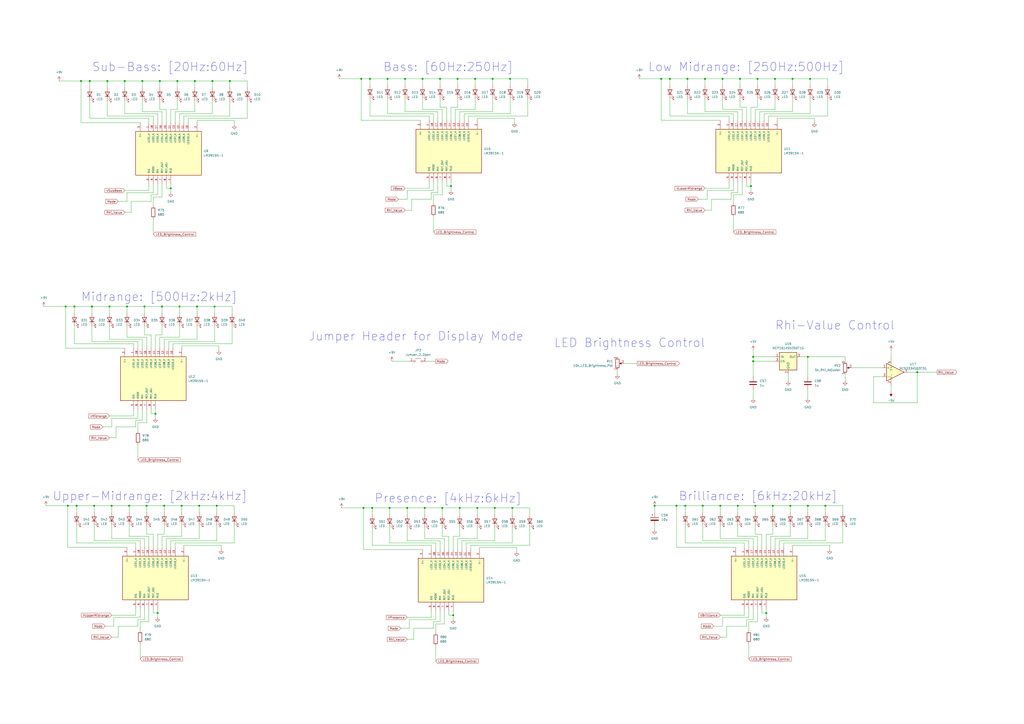
<source format=kicad_sch>
(kicad_sch (version 20211123) (generator eeschema)
  (paper "A2")
  (junction (at 124.46 177.8))
  (junction (at 407.67 293.37))
  (junction (at 469.9 45.72))
  (junction (at 245.11 45.72))
  (junction (at 459.74 45.72))
  (junction (at 419.1 45.72))
  (junction (at 64.77 293.37))
  (junction (at 436.88 209.55))
  (junction (at 448.31 293.37))
  (junction (at 72.39 46.99))
  (junction (at 95.25 293.37))
  (junction (at 295.91 45.72))
  (junction (at 436.88 207.01))
  (junction (at 74.93 293.37))
  (junction (at 297.18 294.64))
  (junction (at 444.5 355.6))
  (junction (at 52.07 46.99))
  (junction (at 215.9 294.64))
  (junction (at 46.99 46.99))
  (junction (at 427.99 293.37))
  (junction (at 234.95 45.72))
  (junction (at 265.43 45.72))
  (junction (at 398.78 45.72))
  (junction (at 438.15 293.37))
  (junction (at 468.63 293.37))
  (junction (at 226.06 294.64))
  (junction (at 209.55 45.72))
  (junction (at 439.42 45.72))
  (junction (at 85.09 293.37))
  (junction (at 388.62 45.72))
  (junction (at 276.86 294.64))
  (junction (at 417.83 293.37))
  (junction (at 83.82 177.8))
  (junction (at 449.58 45.72))
  (junction (at 246.38 294.64))
  (junction (at 43.18 177.8))
  (junction (at 383.54 45.72))
  (junction (at 44.45 293.37))
  (junction (at 379.73 293.37))
  (junction (at 73.66 177.8))
  (junction (at 255.27 45.72))
  (junction (at 92.71 46.99))
  (junction (at 224.79 45.72))
  (junction (at 53.34 177.8))
  (junction (at 63.5 177.8))
  (junction (at 275.59 45.72))
  (junction (at 91.44 355.6))
  (junction (at 266.7 294.64))
  (junction (at 133.35 46.99))
  (junction (at 82.55 46.99))
  (junction (at 408.94 45.72))
  (junction (at 54.61 293.37))
  (junction (at 392.43 293.37))
  (junction (at 210.82 294.64))
  (junction (at 102.87 46.99))
  (junction (at 113.03 46.99))
  (junction (at 458.47 293.37))
  (junction (at 114.3 177.8))
  (junction (at 104.14 177.8))
  (junction (at 285.75 45.72))
  (junction (at 125.73 293.37))
  (junction (at 115.57 293.37))
  (junction (at 287.02 294.64))
  (junction (at 468.63 207.01))
  (junction (at 261.62 107.95))
  (junction (at 90.17 240.03))
  (junction (at 429.26 45.72))
  (junction (at 435.61 107.95))
  (junction (at 478.79 293.37))
  (junction (at 262.89 356.87))
  (junction (at 105.41 293.37))
  (junction (at 532.13 215.9))
  (junction (at 256.54 294.64))
  (junction (at 397.51 293.37))
  (junction (at 62.23 46.99))
  (junction (at 93.98 177.8))
  (junction (at 123.19 46.99))
  (junction (at 214.63 45.72))
  (junction (at 236.22 294.64))
  (junction (at 99.06 109.22))
  (junction (at 38.1 177.8))
  (junction (at 39.37 293.37))
  (wire (pts (xy 468.63 293.37) (xy 468.63 297.18)))
  (wire (pts (xy 248.92 105.41) (xy 248.92 109.22)))
  (wire (pts (xy 408.94 64.77) (xy 427.99 64.77)))
  (wire (pts (xy 256.54 311.15) (xy 260.35 311.15)))
  (wire (pts (xy 215.9 316.23) (xy 250.19 316.23)))
  (wire (pts (xy 99.06 313.69) (xy 99.06 317.5)))
  (wire (pts (xy 438.15 309.88) (xy 441.96 309.88)))
  (wire (pts (xy 285.75 45.72) (xy 285.75 49.53)))
  (wire (pts (xy 276.86 312.42) (xy 265.43 312.42)))
  (wire (pts (xy 254 105.41) (xy 254 111.76)))
  (wire (pts (xy 285.75 64.77) (xy 266.7 64.77)))
  (wire (pts (xy 265.43 62.23) (xy 261.62 62.23)))
  (wire (pts (xy 135.89 304.8) (xy 135.89 314.96)))
  (wire (pts (xy 449.58 57.15) (xy 449.58 63.5)))
  (wire (pts (xy 417.83 69.85) (xy 383.54 69.85)))
  (wire (pts (xy 72.39 66.04) (xy 91.44 66.04)))
  (wire (pts (xy 80.01 363.22) (xy 68.58 363.22)))
  (wire (pts (xy 74.93 293.37) (xy 85.09 293.37)))
  (wire (pts (xy 243.84 69.85) (xy 209.55 69.85)))
  (wire (pts (xy 104.14 195.58) (xy 92.71 195.58)))
  (wire (pts (xy 63.5 189.23) (xy 63.5 196.85)))
  (wire (pts (xy 444.5 355.6) (xy 444.5 358.14)))
  (wire (pts (xy 383.54 45.72) (xy 388.62 45.72)))
  (wire (pts (xy 43.18 177.8) (xy 53.34 177.8)))
  (wire (pts (xy 257.81 354.33) (xy 257.81 361.95)))
  (wire (pts (xy 506.73 233.68) (xy 506.73 218.44)))
  (wire (pts (xy 78.74 247.65) (xy 78.74 243.84)))
  (wire (pts (xy 516.89 223.52) (xy 516.89 227.33)))
  (wire (pts (xy 81.28 313.69) (xy 81.28 317.5)))
  (wire (pts (xy 276.86 68.58) (xy 298.45 68.58)))
  (wire (pts (xy 450.85 69.85) (xy 450.85 68.58)))
  (wire (pts (xy 105.41 304.8) (xy 105.41 311.15)))
  (wire (pts (xy 255.27 313.69) (xy 255.27 318.77)))
  (wire (pts (xy 388.62 57.15) (xy 388.62 67.31)))
  (wire (pts (xy 262.89 311.15) (xy 262.89 318.77)))
  (wire (pts (xy 80.01 359.41) (xy 83.82 359.41)))
  (wire (pts (xy 441.96 355.6) (xy 444.5 355.6)))
  (wire (pts (xy 488.95 314.96) (xy 454.66 314.96)))
  (wire (pts (xy 478.79 304.8) (xy 478.79 313.69)))
  (wire (pts (xy 439.42 57.15) (xy 439.42 62.23)))
  (wire (pts (xy 252.73 361.95) (xy 252.73 367.03)))
  (wire (pts (xy 468.63 304.8) (xy 468.63 312.42)))
  (wire (pts (xy 448.31 293.37) (xy 458.47 293.37)))
  (wire (pts (xy 90.17 194.31) (xy 90.17 201.93)))
  (wire (pts (xy 452.12 313.69) (xy 452.12 317.5)))
  (wire (pts (xy 275.59 45.72) (xy 285.75 45.72)))
  (wire (pts (xy 104.14 189.23) (xy 104.14 195.58)))
  (wire (pts (xy 449.58 207.01) (xy 436.88 207.01)))
  (wire (pts (xy 434.34 353.06) (xy 434.34 358.14)))
  (wire (pts (xy 64.77 304.8) (xy 64.77 312.42)))
  (wire (pts (xy 434.34 360.68) (xy 434.34 365.76)))
  (wire (pts (xy 275.59 57.15) (xy 275.59 63.5)))
  (wire (pts (xy 532.13 215.9) (xy 543.56 215.9)))
  (wire (pts (xy 287.02 294.64) (xy 297.18 294.64)))
  (wire (pts (xy 458.47 311.15) (xy 447.04 311.15)))
  (wire (pts (xy 436.88 353.06) (xy 436.88 359.41)))
  (wire (pts (xy 425.45 125.73) (xy 425.45 134.62)))
  (wire (pts (xy 299.72 317.5) (xy 299.72 320.04)))
  (wire (pts (xy 488.95 293.37) (xy 488.95 297.18)))
  (wire (pts (xy 91.44 106.68) (xy 91.44 113.03)))
  (wire (pts (xy 240.03 364.49) (xy 240.03 370.84)))
  (wire (pts (xy 53.34 198.12) (xy 80.01 198.12)))
  (wire (pts (xy 62.23 46.99) (xy 62.23 50.8)))
  (wire (pts (xy 128.27 316.23) (xy 128.27 318.77)))
  (wire (pts (xy 115.57 304.8) (xy 115.57 312.42)))
  (wire (pts (xy 532.13 215.9) (xy 532.13 233.68)))
  (wire (pts (xy 424.18 111.76) (xy 427.99 111.76)))
  (wire (pts (xy 86.36 311.15) (xy 86.36 317.5)))
  (wire (pts (xy 81.28 353.06) (xy 81.28 358.14)))
  (wire (pts (xy 469.9 45.72) (xy 469.9 49.53)))
  (wire (pts (xy 407.67 313.69) (xy 434.34 313.69)))
  (wire (pts (xy 276.86 294.64) (xy 276.86 298.45)))
  (wire (pts (xy 77.47 237.49) (xy 77.47 241.3)))
  (wire (pts (xy 214.63 57.15) (xy 214.63 67.31)))
  (wire (pts (xy 478.79 293.37) (xy 488.95 293.37)))
  (wire (pts (xy 435.61 62.23) (xy 435.61 69.85)))
  (wire (pts (xy 123.19 46.99) (xy 133.35 46.99)))
  (wire (pts (xy 123.19 46.99) (xy 123.19 50.8)))
  (wire (pts (xy 295.91 45.72) (xy 295.91 49.53)))
  (wire (pts (xy 78.74 353.06) (xy 78.74 356.87)))
  (wire (pts (xy 419.1 63.5) (xy 430.53 63.5)))
  (wire (pts (xy 95.25 293.37) (xy 95.25 297.18)))
  (wire (pts (xy 102.87 63.5) (xy 99.06 63.5)))
  (wire (pts (xy 82.55 64.77) (xy 93.98 64.77)))
  (wire (pts (xy 434.34 313.69) (xy 434.34 317.5)))
  (wire (pts (xy 82.55 237.49) (xy 82.55 243.84)))
  (wire (pts (xy 419.1 45.72) (xy 419.1 49.53)))
  (wire (pts (xy 434.34 373.38) (xy 434.34 382.27)))
  (wire (pts (xy 66.04 358.14) (xy 81.28 358.14)))
  (wire (pts (xy 93.98 64.77) (xy 93.98 71.12)))
  (wire (pts (xy 457.2 217.17) (xy 457.2 220.98)))
  (wire (pts (xy 73.66 116.84) (xy 73.66 111.76)))
  (wire (pts (xy 214.63 45.72) (xy 224.79 45.72)))
  (wire (pts (xy 114.3 177.8) (xy 114.3 181.61)))
  (wire (pts (xy 408.94 45.72) (xy 419.1 45.72)))
  (wire (pts (xy 297.18 306.07) (xy 297.18 314.96)))
  (wire (pts (xy 124.46 177.8) (xy 134.62 177.8)))
  (wire (pts (xy 44.45 293.37) (xy 54.61 293.37)))
  (wire (pts (xy 275.59 63.5) (xy 264.16 63.5)))
  (wire (pts (xy 379.73 293.37) (xy 379.73 297.18)))
  (wire (pts (xy 449.58 45.72) (xy 459.74 45.72)))
  (wire (pts (xy 62.23 58.42) (xy 62.23 67.31)))
  (wire (pts (xy 226.06 314.96) (xy 252.73 314.96)))
  (wire (pts (xy 73.66 177.8) (xy 83.82 177.8)))
  (wire (pts (xy 433.07 62.23) (xy 433.07 69.85)))
  (wire (pts (xy 52.07 46.99) (xy 52.07 50.8)))
  (wire (pts (xy 261.62 105.41) (xy 261.62 107.95)))
  (wire (pts (xy 102.87 46.99) (xy 102.87 50.8)))
  (wire (pts (xy 236.22 294.64) (xy 246.38 294.64)))
  (wire (pts (xy 285.75 45.72) (xy 295.91 45.72)))
  (wire (pts (xy 83.82 177.8) (xy 93.98 177.8)))
  (wire (pts (xy 105.41 293.37) (xy 105.41 297.18)))
  (wire (pts (xy 454.66 314.96) (xy 454.66 317.5)))
  (wire (pts (xy 226.06 294.64) (xy 226.06 298.45)))
  (wire (pts (xy 424.18 115.57) (xy 424.18 111.76)))
  (wire (pts (xy 255.27 62.23) (xy 259.08 62.23)))
  (wire (pts (xy 73.66 317.5) (xy 39.37 317.5)))
  (wire (pts (xy 90.17 240.03) (xy 90.17 242.57)))
  (wire (pts (xy 251.46 364.49) (xy 251.46 360.68)))
  (wire (pts (xy 250.19 115.57) (xy 238.76 115.57)))
  (wire (pts (xy 425.45 66.04) (xy 425.45 69.85)))
  (wire (pts (xy 419.1 45.72) (xy 429.26 45.72)))
  (wire (pts (xy 431.8 353.06) (xy 431.8 356.87)))
  (wire (pts (xy 91.44 66.04) (xy 91.44 71.12)))
  (wire (pts (xy 97.79 198.12) (xy 97.79 201.93)))
  (wire (pts (xy 248.92 67.31) (xy 248.92 69.85)))
  (wire (pts (xy 252.73 314.96) (xy 252.73 318.77)))
  (wire (pts (xy 88.9 106.68) (xy 88.9 111.76)))
  (wire (pts (xy 124.46 177.8) (xy 124.46 181.61)))
  (wire (pts (xy 251.46 360.68) (xy 255.27 360.68)))
  (wire (pts (xy 433.07 105.41) (xy 433.07 107.95)))
  (wire (pts (xy 445.77 67.31) (xy 445.77 69.85)))
  (wire (pts (xy 430.53 105.41) (xy 430.53 113.03)))
  (wire (pts (xy 86.36 360.68) (xy 81.28 360.68)))
  (wire (pts (xy 236.22 115.57) (xy 236.22 110.49)))
  (wire (pts (xy 43.18 177.8) (xy 43.18 181.61)))
  (wire (pts (xy 427.99 293.37) (xy 438.15 293.37)))
  (wire (pts (xy 269.24 66.04) (xy 269.24 69.85)))
  (wire (pts (xy 441.96 309.88) (xy 441.96 317.5)))
  (wire (pts (xy 25.4 177.8) (xy 38.1 177.8)))
  (wire (pts (xy 458.47 293.37) (xy 468.63 293.37)))
  (wire (pts (xy 256.54 306.07) (xy 256.54 311.15)))
  (wire (pts (xy 254 64.77) (xy 254 69.85)))
  (wire (pts (xy 134.62 189.23) (xy 134.62 199.39)))
  (wire (pts (xy 67.31 247.65) (xy 67.31 254)))
  (wire (pts (xy 52.07 58.42) (xy 52.07 68.58)))
  (wire (pts (xy 256.54 63.5) (xy 256.54 69.85)))
  (wire (pts (xy 306.07 45.72) (xy 306.07 49.53)))
  (wire (pts (xy 114.3 71.12) (xy 114.3 69.85)))
  (wire (pts (xy 444.5 353.06) (xy 444.5 355.6)))
  (wire (pts (xy 104.14 177.8) (xy 114.3 177.8)))
  (wire (pts (xy 133.35 67.31) (xy 106.68 67.31)))
  (wire (pts (xy 81.28 71.12) (xy 46.99 71.12)))
  (wire (pts (xy 95.25 304.8) (xy 95.25 309.88)))
  (wire (pts (xy 245.11 45.72) (xy 255.27 45.72)))
  (wire (pts (xy 78.74 314.96) (xy 78.74 317.5)))
  (wire (pts (xy 73.66 189.23) (xy 73.66 195.58)))
  (wire (pts (xy 231.14 115.57) (xy 236.22 115.57)))
  (wire (pts (xy 433.07 363.22) (xy 421.64 363.22)))
  (wire (pts (xy 234.95 121.92) (xy 238.76 121.92)))
  (wire (pts (xy 99.06 106.68) (xy 99.06 109.22)))
  (wire (pts (xy 408.94 57.15) (xy 408.94 64.77)))
  (wire (pts (xy 85.09 309.88) (xy 88.9 309.88)))
  (wire (pts (xy 480.06 57.15) (xy 480.06 67.31)))
  (wire (pts (xy 86.36 68.58) (xy 86.36 71.12)))
  (wire (pts (xy 410.21 115.57) (xy 410.21 110.49)))
  (wire (pts (xy 214.63 67.31) (xy 248.92 67.31)))
  (wire (pts (xy 260.35 354.33) (xy 260.35 356.87)))
  (wire (pts (xy 447.04 311.15) (xy 447.04 317.5)))
  (wire (pts (xy 115.57 312.42) (xy 96.52 312.42)))
  (wire (pts (xy 250.19 316.23) (xy 250.19 318.77)))
  (wire (pts (xy 92.71 195.58) (xy 92.71 201.93)))
  (wire (pts (xy 39.37 293.37) (xy 44.45 293.37)))
  (wire (pts (xy 80.01 257.81) (xy 80.01 266.7)))
  (wire (pts (xy 127 200.66) (xy 127 203.2)))
  (wire (pts (xy 91.44 309.88) (xy 91.44 317.5)))
  (wire (pts (xy 72.39 46.99) (xy 72.39 50.8)))
  (wire (pts (xy 276.86 69.85) (xy 276.86 68.58)))
  (wire (pts (xy 72.39 201.93) (xy 38.1 201.93)))
  (wire (pts (xy 236.22 110.49) (xy 251.46 110.49)))
  (wire (pts (xy 72.39 110.49) (xy 86.36 110.49)))
  (wire (pts (xy 287.02 313.69) (xy 267.97 313.69)))
  (wire (pts (xy 370.84 45.72) (xy 383.54 45.72)))
  (wire (pts (xy 266.7 311.15) (xy 262.89 311.15)))
  (wire (pts (xy 80.01 363.22) (xy 80.01 359.41)))
  (wire (pts (xy 439.42 311.15) (xy 439.42 317.5)))
  (wire (pts (xy 256.54 105.41) (xy 256.54 113.03)))
  (wire (pts (xy 87.63 237.49) (xy 87.63 240.03)))
  (wire (pts (xy 88.9 309.88) (xy 88.9 317.5)))
  (wire (pts (xy 448.31 304.8) (xy 448.31 309.88)))
  (wire (pts (xy 81.28 373.38) (xy 81.28 382.27)))
  (wire (pts (xy 210.82 294.64) (xy 210.82 318.77)))
  (wire (pts (xy 265.43 312.42) (xy 265.43 318.77)))
  (wire (pts (xy 490.22 207.01) (xy 490.22 209.55)))
  (wire (pts (xy 262.89 356.87) (xy 262.89 359.41)))
  (wire (pts (xy 449.58 209.55) (xy 436.88 209.55)))
  (wire (pts (xy 388.62 67.31) (xy 422.91 67.31)))
  (wire (pts (xy 46.99 46.99) (xy 46.99 71.12)))
  (wire (pts (xy 80.01 237.49) (xy 80.01 242.57)))
  (wire (pts (xy 93.98 177.8) (xy 93.98 181.61)))
  (wire (pts (xy 105.41 201.93) (xy 105.41 200.66)))
  (wire (pts (xy 459.74 45.72) (xy 469.9 45.72)))
  (wire (pts (xy 73.66 195.58) (xy 85.09 195.58)))
  (wire (pts (xy 532.13 233.68) (xy 506.73 233.68)))
  (wire (pts (xy 54.61 304.8) (xy 54.61 313.69)))
  (wire (pts (xy 480.06 67.31) (xy 445.77 67.31)))
  (wire (pts (xy 436.88 209.55) (xy 436.88 207.01)))
  (wire (pts (xy 96.52 312.42) (xy 96.52 317.5)))
  (wire (pts (xy 113.03 58.42) (xy 113.03 64.77)))
  (wire (pts (xy 88.9 67.31) (xy 88.9 71.12)))
  (wire (pts (xy 273.05 316.23) (xy 273.05 318.77)))
  (wire (pts (xy 196.85 45.72) (xy 209.55 45.72)))
  (wire (pts (xy 448.31 293.37) (xy 448.31 297.18)))
  (wire (pts (xy 77.47 199.39) (xy 77.47 201.93)))
  (wire (pts (xy 82.55 58.42) (xy 82.55 64.77)))
  (wire (pts (xy 472.44 68.58) (xy 472.44 71.12)))
  (wire (pts (xy 86.36 353.06) (xy 86.36 360.68)))
  (wire (pts (xy 86.36 106.68) (xy 86.36 110.49)))
  (wire (pts (xy 135.89 293.37) (xy 135.89 297.18)))
  (wire (pts (xy 260.35 356.87) (xy 262.89 356.87)))
  (wire (pts (xy 407.67 304.8) (xy 407.67 313.69)))
  (wire (pts (xy 435.61 105.41) (xy 435.61 107.95)))
  (wire (pts (xy 74.93 304.8) (xy 74.93 311.15)))
  (wire (pts (xy 247.65 209.55) (xy 252.73 209.55)))
  (wire (pts (xy 468.63 293.37) (xy 478.79 293.37)))
  (wire (pts (xy 265.43 57.15) (xy 265.43 62.23)))
  (wire (pts (xy 429.26 45.72) (xy 439.42 45.72)))
  (wire (pts (xy 85.09 304.8) (xy 85.09 309.88)))
  (wire (pts (xy 96.52 109.22) (xy 99.06 109.22)))
  (wire (pts (xy 426.72 317.5) (xy 392.43 317.5)))
  (wire (pts (xy 408.94 45.72) (xy 408.94 49.53)))
  (wire (pts (xy 436.88 226.06) (xy 436.88 231.14)))
  (wire (pts (xy 209.55 45.72) (xy 214.63 45.72)))
  (wire (pts (xy 53.34 177.8) (xy 63.5 177.8)))
  (wire (pts (xy 458.47 304.8) (xy 458.47 311.15)))
  (wire (pts (xy 251.46 125.73) (xy 251.46 134.62)))
  (wire (pts (xy 427.99 311.15) (xy 439.42 311.15)))
  (wire (pts (xy 78.74 247.65) (xy 67.31 247.65)))
  (wire (pts (xy 417.83 293.37) (xy 427.99 293.37)))
  (wire (pts (xy 468.63 207.01) (xy 490.22 207.01)))
  (wire (pts (xy 62.23 67.31) (xy 88.9 67.31)))
  (wire (pts (xy 245.11 57.15) (xy 245.11 63.5)))
  (wire (pts (xy 237.49 364.49) (xy 237.49 359.41)))
  (wire (pts (xy 83.82 312.42) (xy 83.82 317.5)))
  (wire (pts (xy 287.02 306.07) (xy 287.02 313.69)))
  (wire (pts (xy 105.41 311.15) (xy 93.98 311.15)))
  (wire (pts (xy 238.76 115.57) (xy 238.76 121.92)))
  (wire (pts (xy 251.46 105.41) (xy 251.46 110.49)))
  (wire (pts (xy 54.61 293.37) (xy 64.77 293.37)))
  (wire (pts (xy 440.69 64.77) (xy 440.69 69.85)))
  (wire (pts (xy 125.73 293.37) (xy 135.89 293.37)))
  (wire (pts (xy 106.68 317.5) (xy 106.68 316.23)))
  (wire (pts (xy 54.61 293.37) (xy 54.61 297.18)))
  (wire (pts (xy 438.15 304.8) (xy 438.15 309.88)))
  (wire (pts (xy 92.71 63.5) (xy 96.52 63.5)))
  (wire (pts (xy 53.34 189.23) (xy 53.34 198.12)))
  (wire (pts (xy 265.43 45.72) (xy 265.43 49.53)))
  (wire (pts (xy 270.51 314.96) (xy 270.51 318.77)))
  (wire (pts (xy 114.3 196.85) (xy 95.25 196.85)))
  (wire (pts (xy 379.73 293.37) (xy 392.43 293.37)))
  (wire (pts (xy 234.95 109.22) (xy 248.92 109.22)))
  (wire (pts (xy 88.9 355.6) (xy 91.44 355.6)))
  (wire (pts (xy 469.9 45.72) (xy 480.06 45.72)))
  (wire (pts (xy 63.5 241.3) (xy 77.47 241.3)))
  (wire (pts (xy 113.03 46.99) (xy 113.03 50.8)))
  (wire (pts (xy 444.5 309.88) (xy 444.5 317.5)))
  (wire (pts (xy 215.9 294.64) (xy 215.9 298.45)))
  (wire (pts (xy 443.23 66.04) (xy 443.23 69.85)))
  (wire (pts (xy 93.98 194.31) (xy 90.17 194.31)))
  (wire (pts (xy 237.49 359.41) (xy 252.73 359.41)))
  (wire (pts (xy 295.91 57.15) (xy 295.91 66.04)))
  (wire (pts (xy 267.97 313.69) (xy 267.97 318.77)))
  (wire (pts (xy 427.99 304.8) (xy 427.99 311.15)))
  (wire (pts (xy 250.19 115.57) (xy 250.19 111.76)))
  (wire (pts (xy 78.74 243.84) (xy 82.55 243.84)))
  (wire (pts (xy 234.95 64.77) (xy 254 64.77)))
  (wire (pts (xy 227.33 209.55) (xy 237.49 209.55)))
  (wire (pts (xy 419.1 358.14) (xy 434.34 358.14)))
  (wire (pts (xy 439.42 360.68) (xy 434.34 360.68)))
  (wire (pts (xy 306.07 67.31) (xy 271.78 67.31)))
  (wire (pts (xy 255.27 45.72) (xy 265.43 45.72)))
  (wire (pts (xy 236.22 370.84) (xy 240.03 370.84)))
  (wire (pts (xy 114.3 189.23) (xy 114.3 196.85)))
  (wire (pts (xy 439.42 353.06) (xy 439.42 360.68)))
  (wire (pts (xy 379.73 304.8) (xy 379.73 307.34)))
  (wire (pts (xy 441.96 353.06) (xy 441.96 355.6)))
  (wire (pts (xy 266.7 294.64) (xy 266.7 298.45)))
  (wire (pts (xy 95.25 293.37) (xy 105.41 293.37)))
  (wire (pts (xy 99.06 63.5) (xy 99.06 71.12)))
  (wire (pts (xy 295.91 66.04) (xy 269.24 66.04)))
  (wire (pts (xy 125.73 293.37) (xy 125.73 297.18)))
  (wire (pts (xy 85.09 293.37) (xy 85.09 297.18)))
  (wire (pts (xy 91.44 353.06) (xy 91.44 355.6)))
  (wire (pts (xy 44.45 293.37) (xy 44.45 297.18)))
  (wire (pts (xy 397.51 293.37) (xy 397.51 297.18)))
  (wire (pts (xy 436.88 209.55) (xy 436.88 218.44)))
  (wire (pts (xy 433.07 363.22) (xy 433.07 359.41)))
  (wire (pts (xy 234.95 45.72) (xy 245.11 45.72)))
  (wire (pts (xy 73.66 177.8) (xy 73.66 181.61)))
  (wire (pts (xy 459.74 45.72) (xy 459.74 49.53)))
  (wire (pts (xy 435.61 107.95) (xy 435.61 110.49)))
  (wire (pts (xy 82.55 196.85) (xy 82.55 201.93)))
  (wire (pts (xy 113.03 46.99) (xy 123.19 46.99)))
  (wire (pts (xy 135.89 314.96) (xy 101.6 314.96)))
  (wire (pts (xy 224.79 45.72) (xy 234.95 45.72)))
  (wire (pts (xy 143.51 58.42) (xy 143.51 68.58)))
  (wire (pts (xy 306.07 57.15) (xy 306.07 67.31)))
  (wire (pts (xy 26.67 293.37) (xy 39.37 293.37)))
  (wire (pts (xy 398.78 45.72) (xy 398.78 49.53)))
  (wire (pts (xy 52.07 68.58) (xy 86.36 68.58)))
  (wire (pts (xy 236.22 294.64) (xy 236.22 298.45)))
  (wire (pts (xy 64.77 293.37) (xy 64.77 297.18)))
  (wire (pts (xy 95.25 309.88) (xy 91.44 309.88)))
  (wire (pts (xy 143.51 46.99) (xy 143.51 50.8)))
  (wire (pts (xy 96.52 106.68) (xy 96.52 109.22)))
  (wire (pts (xy 481.33 316.23) (xy 481.33 318.77)))
  (wire (pts (xy 410.21 110.49) (xy 425.45 110.49)))
  (wire (pts (xy 287.02 294.64) (xy 287.02 298.45)))
  (wire (pts (xy 297.18 294.64) (xy 307.34 294.64)))
  (wire (pts (xy 90.17 237.49) (xy 90.17 240.03)))
  (wire (pts (xy 419.1 57.15) (xy 419.1 63.5)))
  (wire (pts (xy 431.8 314.96) (xy 431.8 317.5)))
  (wire (pts (xy 53.34 177.8) (xy 53.34 181.61)))
  (wire (pts (xy 133.35 58.42) (xy 133.35 67.31)))
  (wire (pts (xy 43.18 199.39) (xy 77.47 199.39)))
  (wire (pts (xy 245.11 45.72) (xy 245.11 49.53)))
  (wire (pts (xy 66.04 363.22) (xy 66.04 358.14)))
  (wire (pts (xy 63.5 254) (xy 67.31 254)))
  (wire (pts (xy 104.14 66.04) (xy 104.14 71.12)))
  (wire (pts (xy 429.26 62.23) (xy 433.07 62.23)))
  (wire (pts (xy 252.73 354.33) (xy 252.73 359.41)))
  (wire (pts (xy 478.79 313.69) (xy 452.12 313.69)))
  (wire (pts (xy 125.73 313.69) (xy 99.06 313.69)))
  (wire (pts (xy 109.22 68.58) (xy 109.22 71.12)))
  (wire (pts (xy 449.58 312.42) (xy 449.58 317.5)))
  (wire (pts (xy 459.74 57.15) (xy 459.74 64.77)))
  (wire (pts (xy 73.66 111.76) (xy 88.9 111.76)))
  (wire (pts (xy 417.83 369.57) (xy 421.64 369.57)))
  (wire (pts (xy 464.82 207.01) (xy 468.63 207.01)))
  (wire (pts (xy 82.55 46.99) (xy 92.71 46.99)))
  (wire (pts (xy 83.82 177.8) (xy 83.82 181.61)))
  (wire (pts (xy 408.94 109.22) (xy 422.91 109.22)))
  (wire (pts (xy 134.62 177.8) (xy 134.62 181.61)))
  (wire (pts (xy 298.45 68.58) (xy 298.45 71.12)))
  (wire (pts (xy 81.28 360.68) (xy 81.28 365.76)))
  (wire (pts (xy 278.13 318.77) (xy 278.13 317.5)))
  (wire (pts (xy 88.9 114.3) (xy 88.9 119.38)))
  (wire (pts (xy 44.45 314.96) (xy 78.74 314.96)))
  (wire (pts (xy 266.7 64.77) (xy 266.7 69.85)))
  (wire (pts (xy 113.03 64.77) (xy 101.6 64.77)))
  (wire (pts (xy 85.09 195.58) (xy 85.09 201.93)))
  (wire (pts (xy 261.62 107.95) (xy 261.62 110.49)))
  (wire (pts (xy 114.3 69.85) (xy 135.89 69.85)))
  (wire (pts (xy 271.78 67.31) (xy 271.78 69.85)))
  (wire (pts (xy 215.9 294.64) (xy 226.06 294.64)))
  (wire (pts (xy 64.77 369.57) (xy 68.58 369.57)))
  (wire (pts (xy 72.39 46.99) (xy 82.55 46.99)))
  (wire (pts (xy 87.63 116.84) (xy 87.63 113.03)))
  (wire (pts (xy 417.83 356.87) (xy 431.8 356.87)))
  (wire (pts (xy 427.99 64.77) (xy 427.99 69.85)))
  (wire (pts (xy 251.46 66.04) (xy 251.46 69.85)))
  (wire (pts (xy 422.91 105.41) (xy 422.91 109.22)))
  (wire (pts (xy 468.63 312.42) (xy 449.58 312.42)))
  (wire (pts (xy 102.87 58.42) (xy 102.87 63.5)))
  (wire (pts (xy 307.34 316.23) (xy 273.05 316.23)))
  (wire (pts (xy 424.18 115.57) (xy 412.75 115.57)))
  (wire (pts (xy 408.94 121.92) (xy 412.75 121.92)))
  (wire (pts (xy 397.51 304.8) (xy 397.51 314.96)))
  (wire (pts (xy 469.9 66.04) (xy 443.23 66.04)))
  (wire (pts (xy 95.25 196.85) (xy 95.25 201.93)))
  (wire (pts (xy 101.6 64.77) (xy 101.6 71.12)))
  (wire (pts (xy 265.43 45.72) (xy 275.59 45.72)))
  (wire (pts (xy 72.39 123.19) (xy 76.2 123.19)))
  (wire (pts (xy 87.63 240.03) (xy 90.17 240.03)))
  (wire (pts (xy 133.35 46.99) (xy 143.51 46.99)))
  (wire (pts (xy 234.95 45.72) (xy 234.95 49.53)))
  (wire (pts (xy 34.29 46.99) (xy 46.99 46.99)))
  (wire (pts (xy 64.77 293.37) (xy 74.93 293.37)))
  (wire (pts (xy 266.7 294.64) (xy 276.86 294.64)))
  (wire (pts (xy 256.54 294.64) (xy 266.7 294.64)))
  (wire (pts (xy 439.42 62.23) (xy 435.61 62.23)))
  (wire (pts (xy 115.57 293.37) (xy 115.57 297.18)))
  (wire (pts (xy 91.44 355.6) (xy 91.44 358.14)))
  (wire (pts (xy 82.55 46.99) (xy 82.55 50.8)))
  (wire (pts (xy 490.22 217.17) (xy 490.22 220.98)))
  (wire (pts (xy 124.46 198.12) (xy 97.79 198.12)))
  (wire (pts (xy 68.58 363.22) (xy 68.58 369.57)))
  (wire (pts (xy 93.98 311.15) (xy 93.98 317.5)))
  (wire (pts (xy 438.15 63.5) (xy 438.15 69.85)))
  (wire (pts (xy 54.61 313.69) (xy 81.28 313.69)))
  (wire (pts (xy 114.3 177.8) (xy 124.46 177.8)))
  (wire (pts (xy 198.12 294.64) (xy 210.82 294.64)))
  (wire (pts (xy 115.57 293.37) (xy 125.73 293.37)))
  (wire (pts (xy 44.45 304.8) (xy 44.45 314.96)))
  (wire (pts (xy 83.82 189.23) (xy 83.82 194.31)))
  (wire (pts (xy 295.91 45.72) (xy 306.07 45.72)))
  (wire (pts (xy 430.53 113.03) (xy 425.45 113.03)))
  (wire (pts (xy 80.01 245.11) (xy 80.01 250.19)))
  (wire (pts (xy 506.73 218.44) (xy 511.81 218.44)))
  (wire (pts (xy 123.19 66.04) (xy 104.14 66.04)))
  (wire (pts (xy 210.82 294.64) (xy 215.9 294.64)))
  (wire (pts (xy 214.63 45.72) (xy 214.63 49.53)))
  (wire (pts (xy 488.95 304.8) (xy 488.95 314.96)))
  (wire (pts (xy 407.67 293.37) (xy 407.67 297.18)))
  (wire (pts (xy 43.18 189.23) (xy 43.18 199.39)))
  (wire (pts (xy 93.98 177.8) (xy 104.14 177.8)))
  (wire (pts (xy 358.14 214.63) (xy 358.14 217.17)))
  (wire (pts (xy 469.9 57.15) (xy 469.9 66.04)))
  (wire (pts (xy 224.79 57.15) (xy 224.79 66.04)))
  (wire (pts (xy 266.7 306.07) (xy 266.7 311.15)))
  (wire (pts (xy 59.69 247.65) (xy 64.77 247.65)))
  (wire (pts (xy 425.45 105.41) (xy 425.45 110.49)))
  (wire (pts (xy 236.22 306.07) (xy 236.22 313.69)))
  (wire (pts (xy 478.79 293.37) (xy 478.79 297.18)))
  (wire (pts (xy 414.02 363.22) (xy 419.1 363.22)))
  (wire (pts (xy 527.05 215.9) (xy 532.13 215.9)))
  (wire (pts (xy 104.14 177.8) (xy 104.14 181.61)))
  (wire (pts (xy 262.89 354.33) (xy 262.89 356.87)))
  (wire (pts (xy 264.16 63.5) (xy 264.16 69.85)))
  (wire (pts (xy 255.27 45.72) (xy 255.27 49.53)))
  (wire (pts (xy 85.09 293.37) (xy 95.25 293.37)))
  (wire (pts (xy 250.19 354.33) (xy 250.19 358.14)))
  (wire (pts (xy 87.63 113.03) (xy 91.44 113.03)))
  (wire (pts (xy 261.62 62.23) (xy 261.62 69.85)))
  (wire (pts (xy 226.06 306.07) (xy 226.06 314.96)))
  (wire (pts (xy 255.27 354.33) (xy 255.27 360.68)))
  (wire (pts (xy 259.08 107.95) (xy 261.62 107.95)))
  (wire (pts (xy 134.62 199.39) (xy 100.33 199.39)))
  (wire (pts (xy 252.73 374.65) (xy 252.73 383.54)))
  (wire (pts (xy 83.82 194.31) (xy 87.63 194.31)))
  (wire (pts (xy 236.22 358.14) (xy 250.19 358.14)))
  (wire (pts (xy 64.77 312.42) (xy 83.82 312.42)))
  (wire (pts (xy 250.19 111.76) (xy 254 111.76)))
  (wire (pts (xy 419.1 363.22) (xy 419.1 358.14)))
  (wire (pts (xy 436.88 312.42) (xy 436.88 317.5)))
  (wire (pts (xy 433.07 359.41) (xy 436.88 359.41)))
  (wire (pts (xy 439.42 45.72) (xy 439.42 49.53)))
  (wire (pts (xy 215.9 306.07) (xy 215.9 316.23)))
  (wire (pts (xy 251.46 113.03) (xy 251.46 118.11)))
  (wire (pts (xy 93.98 114.3) (xy 88.9 114.3)))
  (wire (pts (xy 256.54 294.64) (xy 256.54 298.45)))
  (wire (pts (xy 458.47 293.37) (xy 458.47 297.18)))
  (wire (pts (xy 63.5 177.8) (xy 63.5 181.61)))
  (wire (pts (xy 275.59 45.72) (xy 275.59 49.53)))
  (wire (pts (xy 133.35 46.99) (xy 133.35 50.8)))
  (wire (pts (xy 74.93 293.37) (xy 74.93 297.18)))
  (wire (pts (xy 102.87 46.99) (xy 113.03 46.99)))
  (wire (pts (xy 259.08 105.41) (xy 259.08 107.95)))
  (wire (pts (xy 438.15 293.37) (xy 438.15 297.18)))
  (wire (pts (xy 64.77 247.65) (xy 64.77 242.57)))
  (wire (pts (xy 88.9 127) (xy 88.9 135.89)))
  (wire (pts (xy 285.75 57.15) (xy 285.75 64.77)))
  (wire (pts (xy 450.85 68.58) (xy 472.44 68.58)))
  (wire (pts (xy 64.77 356.87) (xy 78.74 356.87)))
  (wire (pts (xy 397.51 314.96) (xy 431.8 314.96)))
  (wire (pts (xy 468.63 207.01) (xy 468.63 218.44)))
  (wire (pts (xy 52.07 46.99) (xy 62.23 46.99)))
  (wire (pts (xy 397.51 293.37) (xy 407.67 293.37)))
  (wire (pts (xy 297.18 294.64) (xy 297.18 298.45)))
  (wire (pts (xy 448.31 309.88) (xy 444.5 309.88)))
  (wire (pts (xy 417.83 304.8) (xy 417.83 312.42)))
  (wire (pts (xy 92.71 58.42) (xy 92.71 63.5)))
  (wire (pts (xy 260.35 311.15) (xy 260.35 318.77)))
  (wire (pts (xy 93.98 106.68) (xy 93.98 114.3)))
  (wire (pts (xy 257.81 312.42) (xy 257.81 318.77)))
  (wire (pts (xy 93.98 189.23) (xy 93.98 194.31)))
  (wire (pts (xy 276.86 294.64) (xy 287.02 294.64)))
  (wire (pts (xy 459.74 317.5) (xy 459.74 316.23)))
  (wire (pts (xy 429.26 45.72) (xy 429.26 49.53)))
  (wire (pts (xy 88.9 353.06) (xy 88.9 355.6)))
  (wire (pts (xy 388.62 45.72) (xy 398.78 45.72)))
  (wire (pts (xy 63.5 196.85) (xy 82.55 196.85)))
  (wire (pts (xy 99.06 109.22) (xy 99.06 111.76)))
  (wire (pts (xy 297.18 314.96) (xy 270.51 314.96)))
  (wire (pts (xy 72.39 58.42) (xy 72.39 66.04)))
  (wire (pts (xy 412.75 115.57) (xy 412.75 121.92)))
  (wire (pts (xy 459.74 64.77) (xy 440.69 64.77)))
  (wire (pts (xy 105.41 293.37) (xy 115.57 293.37)))
  (wire (pts (xy 38.1 177.8) (xy 38.1 201.93)))
  (wire (pts (xy 427.99 105.41) (xy 427.99 111.76)))
  (wire (pts (xy 246.38 294.64) (xy 256.54 294.64)))
  (wire (pts (xy 245.11 318.77) (xy 210.82 318.77)))
  (wire (pts (xy 425.45 113.03) (xy 425.45 118.11)))
  (wire (pts (xy 92.71 46.99) (xy 92.71 50.8)))
  (wire (pts (xy 92.71 46.99) (xy 102.87 46.99)))
  (wire (pts (xy 257.81 361.95) (xy 252.73 361.95)))
  (wire (pts (xy 209.55 45.72) (xy 209.55 69.85)))
  (wire (pts (xy 101.6 314.96) (xy 101.6 317.5)))
  (wire (pts (xy 143.51 68.58) (xy 109.22 68.58)))
  (wire (pts (xy 68.58 116.84) (xy 73.66 116.84)))
  (wire (pts (xy 439.42 45.72) (xy 449.58 45.72)))
  (wire (pts (xy 307.34 306.07) (xy 307.34 316.23)))
  (wire (pts (xy 255.27 57.15) (xy 255.27 62.23)))
  (wire (pts (xy 226.06 294.64) (xy 236.22 294.64)))
  (wire (pts (xy 80.01 198.12) (xy 80.01 201.93)))
  (wire (pts (xy 76.2 116.84) (xy 76.2 123.19)))
  (wire (pts (xy 232.41 364.49) (xy 237.49 364.49)))
  (wire (pts (xy 383.54 45.72) (xy 383.54 69.85)))
  (wire (pts (xy 60.96 363.22) (xy 66.04 363.22)))
  (wire (pts (xy 433.07 107.95) (xy 435.61 107.95)))
  (wire (pts (xy 417.83 293.37) (xy 417.83 297.18)))
  (wire (pts (xy 516.89 203.2) (xy 516.89 208.28)))
  (wire (pts (xy 74.93 311.15) (xy 86.36 311.15)))
  (wire (pts (xy 407.67 293.37) (xy 417.83 293.37)))
  (wire (pts (xy 422.91 67.31) (xy 422.91 69.85)))
  (wire (pts (xy 259.08 62.23) (xy 259.08 69.85)))
  (wire (pts (xy 246.38 306.07) (xy 246.38 312.42)))
  (wire (pts (xy 430.53 63.5) (xy 430.53 69.85)))
  (wire (pts (xy 124.46 189.23) (xy 124.46 198.12)))
  (wire (pts (xy 307.34 294.64) (xy 307.34 298.45)))
  (wire (pts (xy 449.58 45.72) (xy 449.58 49.53)))
  (wire (pts (xy 417.83 312.42) (xy 436.88 312.42)))
  (wire (pts (xy 392.43 293.37) (xy 397.51 293.37)))
  (wire (pts (xy 123.19 58.42) (xy 123.19 66.04)))
  (wire (pts (xy 256.54 113.03) (xy 251.46 113.03)))
  (wire (pts (xy 85.09 245.11) (xy 80.01 245.11)))
  (wire (pts (xy 449.58 63.5) (xy 438.15 63.5)))
  (wire (pts (xy 494.03 213.36) (xy 511.81 213.36)))
  (wire (pts (xy 246.38 312.42) (xy 257.81 312.42)))
  (wire (pts (xy 398.78 45.72) (xy 408.94 45.72)))
  (wire (pts (xy 388.62 45.72) (xy 388.62 49.53)))
  (wire (pts (xy 398.78 66.04) (xy 425.45 66.04)))
  (wire (pts (xy 87.63 194.31) (xy 87.63 201.93)))
  (wire (pts (xy 87.63 116.84) (xy 76.2 116.84)))
  (wire (pts (xy 46.99 46.99) (xy 52.07 46.99)))
  (wire (pts (xy 246.38 294.64) (xy 246.38 298.45)))
  (wire (pts (xy 38.1 177.8) (xy 43.18 177.8)))
  (wire (pts (xy 398.78 57.15) (xy 398.78 66.04)))
  (wire (pts (xy 468.63 226.06) (xy 468.63 231.14)))
  (wire (pts (xy 105.41 200.66) (xy 127 200.66)))
  (wire (pts (xy 429.26 57.15) (xy 429.26 62.23)))
  (wire (pts (xy 106.68 67.31) (xy 106.68 71.12)))
  (wire (pts (xy 361.95 210.82) (xy 369.57 210.82)))
  (wire (pts (xy 224.79 45.72) (xy 224.79 49.53)))
  (wire (pts (xy 480.06 45.72) (xy 480.06 49.53)))
  (wire (pts (xy 125.73 304.8) (xy 125.73 313.69)))
  (wire (pts (xy 427.99 293.37) (xy 427.99 297.18)))
  (wire (pts (xy 106.68 316.23) (xy 128.27 316.23)))
  (wire (pts (xy 276.86 306.07) (xy 276.86 312.42)))
  (wire (pts (xy 39.37 293.37) (xy 39.37 317.5)))
  (wire (pts (xy 436.88 207.01) (xy 436.88 203.2)))
  (wire (pts (xy 83.82 353.06) (xy 83.82 359.41)))
  (wire (pts (xy 63.5 177.8) (xy 73.66 177.8)))
  (wire (pts (xy 438.15 293.37) (xy 448.31 293.37)))
  (wire (pts (xy 278.13 317.5) (xy 299.72 317.5)))
  (wire (pts (xy 135.89 69.85) (xy 135.89 72.39)))
  (wire (pts (xy 100.33 199.39) (xy 100.33 201.93)))
  (wire (pts (xy 85.09 237.49) (xy 85.09 245.11)))
  (wire (pts (xy 64.77 242.57) (xy 80.01 242.57)))
  (wire (pts (xy 62.23 46.99) (xy 72.39 46.99)))
  (wire (pts (xy 421.64 363.22) (xy 421.64 369.57)))
  (wire (pts (xy 459.74 316.23) (xy 481.33 316.23)))
  (wire (pts (xy 224.79 66.04) (xy 251.46 66.04)))
  (wire (pts (xy 245.11 63.5) (xy 256.54 63.5)))
  (wire (pts (xy 236.22 313.69) (xy 255.27 313.69)))
  (wire (pts (xy 405.13 115.57) (xy 410.21 115.57)))
  (wire (pts (xy 251.46 364.49) (xy 240.03 364.49)))
  (wire (pts (xy 392.43 293.37) (xy 392.43 317.5)))
  (wire (pts (xy 96.52 63.5) (xy 96.52 71.12)))
  (wire (pts (xy 234.95 57.15) (xy 234.95 64.77)))
  (text "LED Brightness Control\n" (at 321.31 201.93 0) (effects (font (size 5 5)) (justify left bottom)))
  (text "Rhi-Value Control\n" (at 449.58 191.77 0) (effects (font (size 5 5)) (justify left bottom)))
  (text "Midrange: [500Hz:2kHz]" (at 46.99 175.26 0) (effects (font (size 5 5)) (justify left bottom)))
  (text "Presence: [4kHz:6kHz]" (at 217.17 292.1 0) (effects (font (size 5 5)) (justify left bottom)))
  (text "Upper-Midrange: [2kHz:4kHz]" (at 30.48 290.83 0) (effects (font (size 5 5)) (justify left bottom)))
  (text "Sub-Bass: [20Hz:60Hz]\n" (at 53.34 41.91 0) (effects (font (size 5 5)) (justify left bottom)))
  (text "Jumper Header for Display Mode\n" (at 179.07 198.12 0) (effects (font (size 5 5)) (justify left bottom)))
  (text "Low Midrange: [250Hz:500Hz]" (at 375.92 41.91 0) (effects (font (size 5 5)) (justify left bottom)))
  (text "Bass: [60Hz:250Hz]" (at 222.25 41.91 0) (effects (font (size 5 5)) (justify left bottom)))
  (text "Brilliance: [6kHz:20kHz]" (at 393.7 290.83 0) (effects (font (size 5 5)) (justify left bottom)))
  (global_label "LED_Brightness_Control" (shape input) (at 80.01 266.7 0) (property "Intersheet References" "${INTERSHEET_REFS}" (effects hide)))
  (global_label "VLowerMidrange" (shape input) (at 408.94 109.22 180) (property "Intersheet References" "${INTERSHEET_REFS}" (effects hide)))
  (global_label "Rhi_Value" (shape input) (at 63.5 254 180) (property "Intersheet References" "${INTERSHEET_REFS}" (effects hide)))
  (global_label "Mode" (shape input) (at 231.14 115.57 180) (property "Intersheet References" "${INTERSHEET_REFS}" (effects hide)))
  (global_label "LED_Brightness_Control" (shape output) (at 369.57 210.82 0) (property "Intersheet References" "${INTERSHEET_REFS}" (effects hide)))
  (global_label "Rhi_Value" (shape input) (at 72.39 123.19 180) (property "Intersheet References" "${INTERSHEET_REFS}" (effects hide)))
  (global_label "LED_Brightness_Control" (shape input) (at 88.9 135.89 0) (property "Intersheet References" "${INTERSHEET_REFS}" (effects hide)))
  (global_label "Mode" (shape input) (at 405.13 115.57 180) (property "Intersheet References" "${INTERSHEET_REFS}" (effects hide)))
  (global_label "Mode" (shape output) (at 252.73 209.55 0) (property "Intersheet References" "${INTERSHEET_REFS}" (effects hide)))
  (global_label "Rhi_Value" (shape input) (at 234.95 121.92 180) (property "Intersheet References" "${INTERSHEET_REFS}" (effects hide)))
  (global_label "LED_Brightness_Control" (shape input) (at 252.73 383.54 0) (property "Intersheet References" "${INTERSHEET_REFS}" (effects hide)))
  (global_label "VBrilliance" (shape input) (at 417.83 356.87 180) (property "Intersheet References" "${INTERSHEET_REFS}" (effects hide)))
  (global_label "VSubBass" (shape input) (at 72.39 110.49 180) (property "Intersheet References" "${INTERSHEET_REFS}" (effects hide)))
  (global_label "LED_Brightness_Control" (shape input) (at 434.34 382.27 0) (property "Intersheet References" "${INTERSHEET_REFS}" (effects hide)))
  (global_label "Mode" (shape input) (at 60.96 363.22 180) (property "Intersheet References" "${INTERSHEET_REFS}" (effects hide)))
  (global_label "Mode" (shape input) (at 59.69 247.65 180) (property "Intersheet References" "${INTERSHEET_REFS}" (effects hide)))
  (global_label "Rhi_Value" (shape input) (at 417.83 369.57 180) (property "Intersheet References" "${INTERSHEET_REFS}" (effects hide)))
  (global_label "Mode" (shape input) (at 68.58 116.84 180) (property "Intersheet References" "${INTERSHEET_REFS}" (effects hide)))
  (global_label "VBass" (shape input) (at 234.95 109.22 180) (property "Intersheet References" "${INTERSHEET_REFS}" (effects hide)))
  (global_label "Mode" (shape input) (at 232.41 364.49 180) (property "Intersheet References" "${INTERSHEET_REFS}" (effects hide)))
  (global_label "LED_Brightness_Control" (shape input) (at 81.28 382.27 0) (property "Intersheet References" "${INTERSHEET_REFS}" (effects hide)))
  (global_label "LED_Brightness_Control" (shape input) (at 251.46 134.62 0) (property "Intersheet References" "${INTERSHEET_REFS}" (effects hide)))
  (global_label "Rhi_Value" (shape output) (at 543.56 215.9 0) (property "Intersheet References" "${INTERSHEET_REFS}" (effects hide)))
  (global_label "LED_Brightness_Control" (shape input) (at 425.45 134.62 0) (property "Intersheet References" "${INTERSHEET_REFS}" (effects hide)))
  (global_label "VUpperMidrange" (shape input) (at 64.77 356.87 180) (property "Intersheet References" "${INTERSHEET_REFS}" (effects hide)))
  (global_label "VPresence" (shape input) (at 236.22 358.14 180) (property "Intersheet References" "${INTERSHEET_REFS}" (effects hide)))
  (global_label "VMidrange" (shape input) (at 63.5 241.3 180) (property "Intersheet References" "${INTERSHEET_REFS}" (effects hide)))
  (global_label "Rhi_Value" (shape input) (at 64.77 369.57 180) (property "Intersheet References" "${INTERSHEET_REFS}" (effects hide)))
  (global_label "Rhi_Value" (shape input) (at 408.94 121.92 180) (property "Intersheet References" "${INTERSHEET_REFS}" (effects hide)))
  (global_label "Mode" (shape input) (at 414.02 363.22 180) (property "Intersheet References" "${INTERSHEET_REFS}" (effects hide)))
  (global_label "Rhi_Value" (shape input) (at 236.22 370.84 180) (property "Intersheet References" "${INTERSHEET_REFS}" (effects hide)))
  (symbol (lib_id "power:+9V") (at 34.29 46.99 0) (unit 1)
    (property "Reference" "#PWR061" (effects hide))
    (property "Value" "+9V" (at 34.29 41.91 0))
  )
  (symbol (lib_id "Device:R") (at 80.01 254 0) (unit 1)
    (property "Reference" "R78" (at 82.55 252.7299 0) (effects (justify left)))
    (property "Value" "680" (at 82.55 255.2699 0) (effects (justify left)))
    (property "Footprint" "Resistor_SMD:R_0603_1608Metric" (effects hide))
  )
  (symbol (lib_id "Device:LED") (at 287.02 302.26 90) (unit 1)
    (property "Reference" "D58" (at 290.83 302.5774 90) (effects (justify right)))
    (property "Value" "LED" (at 290.83 305.1174 90) (effects (justify right)))
    (property "Footprint" "LED_THT:LED_D5.0mm" (effects hide))
  )
  (symbol (lib_id "Device:R") (at 88.9 123.19 0) (unit 1)
    (property "Reference" "R75" (at 91.44 121.9199 0) (effects (justify left)))
    (property "Value" "680" (at 91.44 124.4599 0) (effects (justify left)))
    (property "Footprint" "Resistor_SMD:R_0603_1608Metric" (effects hide))
  )
  (symbol (lib_id "Device:LED") (at 214.63 53.34 90) (unit 1)
    (property "Reference" "D11" (at 218.44 53.6574 90) (effects (justify right)))
    (property "Value" "LED" (at 218.44 56.1974 90) (effects (justify right)))
    (property "Footprint" "LED_THT:LED_D5.0mm" (effects hide))
  )
  (symbol (lib_id "LM3915_LED_Driver:LM3915N-1") (at 87.63 219.71 90) (unit 1)
    (property "Reference" "U12" (at 109.22 218.4399 90) (effects (justify right)))
    (property "Value" "LM3915N-1" (at 109.22 220.9799 90) (effects (justify right)))
    (property "Footprint" "Package_DIP:DIP-18_W7.62mm_Socket" (effects hide))
    (property "PARTREV" "C" (effects hide))
    (property "MANUFACTURER" "TEXAS INSTRUMENT" (effects hide))
    (property "STANDARD" "IPC7251" (effects hide))
    (property "SNAPEDA_PACKAGE_ID" "22975" (effects hide))
  )
  (symbol (lib_id "Device:R") (at 252.73 370.84 0) (unit 1)
    (property "Reference" "R80" (at 255.27 369.5699 0) (effects (justify left)))
    (property "Value" "680" (at 255.27 372.1099 0) (effects (justify left)))
    (property "Footprint" "Resistor_SMD:R_0603_1608Metric" (effects hide))
  )
  (symbol (lib_id "Device:R_Potentiometer") (at 358.14 210.82 0) (mirror x) (unit 1)
    (property "Reference" "RV1" (at 355.6 209.5499 0) (effects (justify right)))
    (property "Value" "10k_LED_Brightness_Pot" (at 355.6 212.0899 0) (effects (justify right)))
    (property "Footprint" "PTV09A_Pot_Vertical:PTV09" (effects hide))
    (property "Datasheet" "https://www.mouser.ca/datasheet/2/54/ptv09-777818.pdf" (effects hide))
  )
  (symbol (lib_id "power:+9V") (at 26.67 293.37 0) (unit 1)
    (property "Reference" "#PWR073" (effects hide))
    (property "Value" "+9V" (at 26.67 288.29 0))
  )
  (symbol (lib_id "power:+9V") (at 25.4 177.8 0) (unit 1)
    (property "Reference" "#PWR070" (effects hide))
    (property "Value" "+9V" (at 25.4 172.72 0))
  )
  (symbol (lib_id "power:-5V") (at 516.89 227.33 180) (unit 1)
    (property "Reference" "#PWR089" (effects hide))
    (property "Value" "-5V" (at 516.89 232.41 0))
  )
  (symbol (lib_id "Device:C") (at 436.88 222.25 0) (unit 1)
    (property "Reference" "C57" (at 440.69 220.9799 0) (effects (justify left)))
    (property "Value" "1u" (at 440.69 223.5199 0) (effects (justify left)))
    (property "Footprint" "Capacitor_SMD:C_0402_1005Metric" (effects hide))
    (property "Datasheet" "https://www.mouser.ca/datasheet/2/212/1/C0603X102K4RACAUTO-2933386.pdf" (effects hide))
  )
  (symbol (lib_id "Device:LED") (at 480.06 53.34 90) (unit 1)
    (property "Reference" "D30" (at 483.87 53.6574 90) (effects (justify right)))
    (property "Value" "LED" (at 483.87 56.1974 90) (effects (justify right)))
    (property "Footprint" "LED_THT:LED_D5.0mm" (effects hide))
  )
  (symbol (lib_id "Device:LED") (at 92.71 54.61 90) (unit 1)
    (property "Reference" "D5" (at 96.52 54.9274 90) (effects (justify right)))
    (property "Value" "LED" (effects hide))
    (property "Footprint" "LED_THT:LED_D5.0mm" (effects hide))
  )
  (symbol (lib_id "Device:LED") (at 449.58 53.34 90) (unit 1)
    (property "Reference" "D27" (at 453.39 53.6574 90) (effects (justify right)))
    (property "Value" "LED" (at 453.39 56.1974 90) (effects (justify right)))
    (property "Footprint" "LED_THT:LED_D5.0mm" (effects hide))
  )
  (symbol (lib_id "Device:R_Potentiometer") (at 490.22 213.36 0) (mirror x) (unit 1)
    (property "Reference" "RV2" (at 487.68 212.0899 0) (effects (justify right)))
    (property "Value" "5k_Rhi_Adjuster" (at 487.68 214.6299 0) (effects (justify right)))
    (property "Footprint" "PTV09A_Pot_Vertical:PTV09" (effects hide))
    (property "Datasheet" "https://www.mouser.ca/datasheet/2/54/ptv09-777818.pdf" (effects hide))
  )
  (symbol (lib_id "Device:R") (at 81.28 369.57 0) (unit 1)
    (property "Reference" "R79" (at 83.82 368.2999 0) (effects (justify left)))
    (property "Value" "680" (at 83.82 370.8399 0) (effects (justify left)))
    (property "Footprint" "Resistor_SMD:R_0603_1608Metric" (effects hide))
  )
  (symbol (lib_id "Amplifier_Operational:LMV321") (at 519.43 215.9 0) (unit 1)
    (property "Reference" "U17" (at 529.59 211.201 0))
    (property "Value" "NCS333ASQ3T2G" (at 529.59 213.741 0))
    (property "Footprint" "Package_TO_SOT_SMD:SOT-353_SC-70-5" (effects hide))
    (property "Datasheet" "https://www.mouser.ca/datasheet/2/308/1/NCS333_D-2317376.pdf" (effects hide))
  )
  (symbol (lib_id "Device:LED") (at 82.55 54.61 90) (unit 1)
    (property "Reference" "D4" (at 86.36 54.9274 90) (effects (justify right)))
    (property "Value" "LED" (at 86.36 57.4674 90) (effects (justify right)))
    (property "Footprint" "LED_THT:LED_D5.0mm" (effects hide))
  )
  (symbol (lib_id "Device:LED") (at 488.95 300.99 90) (unit 1)
    (property "Reference" "D70" (at 492.76 301.3074 90) (effects (justify right)))
    (property "Value" "LED" (at 492.76 303.8474 90) (effects (justify right)))
    (property "Footprint" "LED_THT:LED_D5.0mm" (effects hide))
  )
  (symbol (lib_id "Device:LED") (at 285.75 53.34 90) (unit 1)
    (property "Reference" "D18" (at 289.56 53.6574 90) (effects (justify right)))
    (property "Value" "LED" (at 289.56 56.1974 90) (effects (justify right)))
    (property "Footprint" "LED_THT:LED_D5.0mm" (effects hide))
  )
  (symbol (lib_id "power:GND") (at 444.5 358.14 0) (unit 1)
    (property "Reference" "#PWR080" (effects hide))
    (property "Value" "GND" (at 444.5 363.22 0))
  )
  (symbol (lib_id "Device:LED") (at 113.03 54.61 90) (unit 1)
    (property "Reference" "D7" (at 116.84 54.9274 90) (effects (justify right)))
    (property "Value" "LED" (at 116.84 57.4674 90) (effects (justify right)))
    (property "Footprint" "LED_THT:LED_D5.0mm" (effects hide))
  )
  (symbol (lib_id "Device:R") (at 434.34 369.57 0) (unit 1)
    (property "Reference" "R81" (at 436.88 368.2999 0) (effects (justify left)))
    (property "Value" "680" (at 436.88 370.8399 0) (effects (justify left)))
    (property "Footprint" "Resistor_SMD:R_0603_1608Metric" (effects hide))
  )
  (symbol (lib_id "Device:LED") (at 123.19 54.61 90) (unit 1)
    (property "Reference" "D8" (at 127 54.9274 90) (effects (justify right)))
    (property "Value" "LED" (at 127 57.4674 90) (effects (justify right)))
    (property "Footprint" "LED_THT:LED_D5.0mm" (effects hide))
  )
  (symbol (lib_id "Device:LED") (at 74.93 300.99 90) (unit 1)
    (property "Reference" "D44" (at 78.74 301.3074 90) (effects (justify right)))
    (property "Value" "LED" (at 78.74 303.8474 90) (effects (justify right)))
    (property "Footprint" "LED_THT:LED_D5.0mm" (effects hide))
  )
  (symbol (lib_id "Device:R") (at 251.46 121.92 0) (unit 1)
    (property "Reference" "R76" (at 254 120.6499 0) (effects (justify left)))
    (property "Value" "680" (at 254 123.1899 0) (effects (justify left)))
    (property "Footprint" "Resistor_SMD:R_0603_1608Metric" (effects hide))
  )
  (symbol (lib_id "power:GND") (at 127 203.2 0) (unit 1)
    (property "Reference" "#PWR072" (effects hide))
    (property "Value" "GND" (at 127 208.28 0))
  )
  (symbol (lib_id "Device:LED") (at 417.83 300.99 90) (unit 1)
    (property "Reference" "D63" (at 421.64 301.3074 90) (effects (justify right)))
    (property "Value" "LED" (at 421.64 303.8474 90) (effects (justify right)))
    (property "Footprint" "LED_THT:LED_D5.0mm" (effects hide))
  )
  (symbol (lib_id "Device:LED") (at 105.41 300.99 90) (unit 1)
    (property "Reference" "D47" (at 109.22 301.3074 90) (effects (justify right)))
    (property "Value" "LED" (at 109.22 303.8474 90) (effects (justify right)))
    (property "Footprint" "LED_THT:LED_D5.0mm" (effects hide))
  )
  (symbol (lib_id "power:GND") (at 299.72 320.04 0) (unit 1)
    (property "Reference" "#PWR078" (effects hide))
    (property "Value" "GND" (at 299.72 325.12 0))
  )
  (symbol (lib_id "Device:LED") (at 44.45 300.99 90) (unit 1)
    (property "Reference" "D41" (at 48.26 301.3074 90) (effects (justify right)))
    (property "Value" "LED" (at 48.26 303.8474 90) (effects (justify right)))
    (property "Footprint" "LED_THT:LED_D5.0mm" (effects hide))
  )
  (symbol (lib_id "Device:LED") (at 236.22 302.26 90) (unit 1)
    (property "Reference" "D53" (at 240.03 302.5774 90) (effects (justify right)))
    (property "Value" "LED" (at 240.03 305.1174 90) (effects (justify right)))
    (property "Footprint" "LED_THT:LED_D5.0mm" (effects hide))
  )
  (symbol (lib_id "power:GND") (at 99.06 111.76 0) (unit 1)
    (property "Reference" "#PWR062" (effects hide))
    (property "Value" "GND" (at 99.06 116.84 0))
  )
  (symbol (lib_id "power:+9V") (at 227.33 209.55 0) (unit 1)
    (property "Reference" "#PWR082" (effects hide))
    (property "Value" "+9V" (at 227.33 204.47 0))
  )
  (symbol (lib_id "power:GND") (at 91.44 358.14 0) (unit 1)
    (property "Reference" "#PWR074" (effects hide))
    (property "Value" "GND" (at 91.44 363.22 0))
  )
  (symbol (lib_id "power:GND") (at 262.89 359.41 0) (unit 1)
    (property "Reference" "#PWR077" (effects hide))
    (property "Value" "GND" (at 262.89 364.49 0))
  )
  (symbol (lib_id "Device:LED") (at 143.51 54.61 90) (unit 1)
    (property "Reference" "D10" (at 147.32 54.9274 90) (effects (justify right)))
    (property "Value" "LED" (at 147.32 57.4674 90) (effects (justify right)))
    (property "Footprint" "LED_THT:LED_D5.0mm" (effects hide))
  )
  (symbol (lib_id "power:GND") (at 261.62 110.49 0) (unit 1)
    (property "Reference" "#PWR065" (effects hide))
    (property "Value" "GND" (at 261.62 115.57 0))
  )
  (symbol (lib_id "power:GND") (at 358.14 217.17 0) (unit 1)
    (property "Reference" "#PWR084" (effects hide))
    (property "Value" "GND" (at 358.14 222.25 0))
  )
  (symbol (lib_id "power:GND") (at 490.22 220.98 0) (unit 1)
    (property "Reference" "#PWR087" (effects hide))
    (property "Value" "GND" (at 490.22 226.06 0))
  )
  (symbol (lib_id "Device:LED") (at 458.47 300.99 90) (unit 1)
    (property "Reference" "D67" (at 462.28 301.3074 90) (effects (justify right)))
    (property "Value" "LED" (at 462.28 303.8474 90) (effects (justify right)))
    (property "Footprint" "LED_THT:LED_D5.0mm" (effects hide))
  )
  (symbol (lib_id "Device:LED") (at 398.78 53.34 90) (unit 1)
    (property "Reference" "D22" (at 402.59 53.6574 90) (effects (justify right)))
    (property "Value" "LED" (at 402.59 56.1974 90) (effects (justify right)))
    (property "Footprint" "LED_THT:LED_D5.0mm" (effects hide))
  )
  (symbol (lib_id "Device:LED") (at 93.98 185.42 90) (unit 1)
    (property "Reference" "D36" (at 97.79 185.7374 90) (effects (justify right)))
    (property "Value" "LED" (at 97.79 188.2774 90) (effects (justify right)))
    (property "Footprint" "LED_THT:LED_D5.0mm" (effects hide))
  )
  (symbol (lib_id "power:+5V") (at 516.89 203.2 0) (mirror y) (unit 1)
    (property "Reference" "#PWR088" (effects hide))
    (property "Value" "+5V" (at 516.89 198.12 0))
  )
  (symbol (lib_id "LM3915_LED_Driver:LM3915N-1") (at 433.07 87.63 90) (unit 1)
    (property "Reference" "U11" (at 454.66 86.3599 90) (effects (justify right)))
    (property "Value" "LM3915N-1" (at 454.66 88.8999 90) (effects (justify right)))
    (property "Footprint" "Package_DIP:DIP-18_W7.62mm_Socket" (effects hide))
    (property "PARTREV" "C" (effects hide))
    (property "MANUFACTURER" "TEXAS INSTRUMENT" (effects hide))
    (property "STANDARD" "IPC7251" (effects hide))
    (property "SNAPEDA_PACKAGE_ID" "22975" (effects hide))
  )
  (symbol (lib_id "Device:LED") (at 265.43 53.34 90) (unit 1)
    (property "Reference" "D16" (at 269.24 53.6574 90) (effects (justify right)))
    (property "Value" "LED" (at 269.24 56.1974 90) (effects (justify right)))
    (property "Footprint" "LED_THT:LED_D5.0mm" (effects hide))
  )
  (symbol (lib_id "Device:LED") (at 407.67 300.99 90) (unit 1)
    (property "Reference" "D62" (at 411.48 301.3074 90) (effects (justify right)))
    (property "Value" "LED" (at 411.48 303.8474 90) (effects (justify right)))
    (property "Footprint" "LED_THT:LED_D5.0mm" (effects hide))
  )
  (symbol (lib_id "Device:LED") (at 255.27 53.34 90) (unit 1)
    (property "Reference" "D15" (at 259.08 53.6574 90) (effects (justify right)))
    (property "Value" "LED" (effects hide))
    (property "Footprint" "LED_THT:LED_D5.0mm" (effects hide))
  )
  (symbol (lib_id "Device:LED") (at 224.79 53.34 90) (unit 1)
    (property "Reference" "D12" (at 228.6 53.6574 90) (effects (justify right)))
    (property "Value" "LED" (at 228.6 56.1974 90) (effects (justify right)))
    (property "Footprint" "LED_THT:LED_D5.0mm" (effects hide))
  )
  (symbol (lib_id "Device:C") (at 468.63 222.25 0) (unit 1)
    (property "Reference" "C58" (at 472.44 220.9799 0) (effects (justify left)))
    (property "Value" "1u" (at 472.44 223.5199 0) (effects (justify left)))
    (property "Footprint" "Capacitor_SMD:C_0402_1005Metric" (effects hide))
    (property "Datasheet" "https://www.mouser.ca/datasheet/2/212/1/C0603X102K4RACAUTO-2933386.pdf" (effects hide))
  )
  (symbol (lib_id "power:+9V") (at 196.85 45.72 0) (unit 1)
    (property "Reference" "#PWR064" (effects hide))
    (property "Value" "+9V" (at 196.85 40.64 0))
  )
  (symbol (lib_id "LM3915_LED_Driver:LM3915N-1") (at 88.9 335.28 90) (unit 1)
    (property "Reference" "U13" (at 110.49 334.0099 90) (effects (justify right)))
    (property "Value" "LM3915N-1" (at 110.49 336.5499 90) (effects (justify right)))
    (property "Footprint" "Package_DIP:DIP-18_W7.62mm_Socket" (effects hide))
    (property "PARTREV" "C" (effects hide))
    (property "MANUFACTURER" "TEXAS INSTRUMENT" (effects hide))
    (property "STANDARD" "IPC7251" (effects hide))
    (property "SNAPEDA_PACKAGE_ID" "22975" (effects hide))
  )
  (symbol (lib_id "Device:R") (at 425.45 121.92 0) (unit 1)
    (property "Reference" "R77" (at 427.99 120.6499 0) (effects (justify left)))
    (property "Value" "680" (at 427.99 123.1899 0) (effects (justify left)))
    (property "Footprint" "Resistor_SMD:R_0603_1608Metric" (effects hide))
  )
  (symbol (lib_id "Device:LED") (at 234.95 53.34 90) (unit 1)
    (property "Reference" "D13" (at 238.76 53.6574 90) (effects (justify right)))
    (property "Value" "LED" (at 238.76 56.1974 90) (effects (justify right)))
    (property "Footprint" "LED_THT:LED_D5.0mm" (effects hide))
  )
  (symbol (lib_id "Device:LED") (at 135.89 300.99 90) (unit 1)
    (property "Reference" "D50" (at 139.7 301.3074 90) (effects (justify right)))
    (property "Value" "LED" (at 139.7 303.8474 90) (effects (justify right)))
    (property "Footprint" "LED_THT:LED_D5.0mm" (effects hide))
  )
  (symbol (lib_id "Device:LED") (at 427.99 300.99 90) (unit 1)
    (property "Reference" "D64" (at 431.8 301.3074 90) (effects (justify right)))
    (property "Value" "LED" (at 431.8 303.8474 90) (effects (justify right)))
    (property "Footprint" "LED_THT:LED_D5.0mm" (effects hide))
  )
  (symbol (lib_id "power:GND") (at 457.2 220.98 0) (unit 1)
    (property "Reference" "#PWR086" (effects hide))
    (property "Value" "GND" (at 457.2 226.06 0))
  )
  (symbol (lib_id "Device:LED") (at 468.63 300.99 90) (unit 1)
    (property "Reference" "D68" (at 472.44 301.3074 90) (effects (justify right)))
    (property "Value" "LED" (at 472.44 303.8474 90) (effects (justify right)))
    (property "Footprint" "LED_THT:LED_D5.0mm" (effects hide))
  )
  (symbol (lib_id "Device:LED") (at 448.31 300.99 90) (unit 1)
    (property "Reference" "D66" (at 452.12 301.3074 90) (effects (justify right)))
    (property "Value" "LED" (at 452.12 303.8474 90) (effects (justify right)))
    (property "Footprint" "LED_THT:LED_D5.0mm" (effects hide))
  )
  (symbol (lib_id "Device:LED") (at 64.77 300.99 90) (unit 1)
    (property "Reference" "D43" (at 68.58 301.3074 90) (effects (justify right)))
    (property "Value" "LED" (at 68.58 303.8474 90) (effects (justify right)))
    (property "Footprint" "LED_THT:LED_D5.0mm" (effects hide))
  )
  (symbol (lib_id "Device:LED") (at 245.11 53.34 90) (unit 1)
    (property "Reference" "D14" (at 248.92 53.6574 90) (effects (justify right)))
    (property "Value" "LED" (at 248.92 56.1974 90) (effects (justify right)))
    (property "Footprint" "LED_THT:LED_D5.0mm" (effects hide))
  )
  (symbol (lib_id "LM3915_LED_Driver:LM3915N-1") (at 260.35 336.55 90) (unit 1)
    (property "Reference" "U14" (at 281.94 335.2799 90) (effects (justify right)))
    (property "Value" "LM3915N-1" (at 281.94 337.8199 90) (effects (justify right)))
    (property "Footprint" "Package_DIP:DIP-18_W7.62mm_Socket" (effects hide))
    (property "PARTREV" "C" (effects hide))
    (property "MANUFACTURER" "TEXAS INSTRUMENT" (effects hide))
    (property "STANDARD" "IPC7251" (effects hide))
    (property "SNAPEDA_PACKAGE_ID" "22975" (effects hide))
  )
  (symbol (lib_id "Device:LED") (at 53.34 185.42 90) (unit 1)
    (property "Reference" "D32" (at 57.15 185.7374 90) (effects (justify right)))
    (property "Value" "LED" (at 57.15 188.2774 90) (effects (justify right)))
    (property "Footprint" "LED_THT:LED_D5.0mm" (effects hide))
  )
  (symbol (lib_id "Device:LED") (at 397.51 300.99 90) (unit 1)
    (property "Reference" "D61" (at 401.32 301.3074 90) (effects (justify right)))
    (property "Value" "LED" (at 401.32 303.8474 90) (effects (justify right)))
    (property "Footprint" "LED_THT:LED_D5.0mm" (effects hide))
  )
  (symbol (lib_id "Device:LED") (at 72.39 54.61 90) (unit 1)
    (property "Reference" "D3" (at 76.2 54.9274 90) (effects (justify right)))
    (property "Value" "LED" (at 76.2 57.4674 90) (effects (justify right)))
    (property "Footprint" "LED_THT:LED_D5.0mm" (effects hide))
  )
  (symbol (lib_id "power:GND") (at 128.27 318.77 0) (unit 1)
    (property "Reference" "#PWR075" (effects hide))
    (property "Value" "GND" (at 128.27 323.85 0))
  )
  (symbol (lib_id "Device:LED") (at 62.23 54.61 90) (unit 1)
    (property "Reference" "D2" (at 66.04 54.9274 90) (effects (justify right)))
    (property "Value" "LED" (at 66.04 57.4674 90) (effects (justify right)))
    (property "Footprint" "LED_THT:LED_D5.0mm" (effects hide))
  )
  (symbol (lib_id "power:GND") (at 472.44 71.12 0) (unit 1)
    (property "Reference" "#PWR069" (effects hide))
    (property "Value" "GND" (at 472.44 76.2 0))
  )
  (symbol (lib_id "Device:LED") (at 63.5 185.42 90) (unit 1)
    (property "Reference" "D33" (at 67.31 185.7374 90) (effects (justify right)))
    (property "Value" "LED" (at 67.31 188.2774 90) (effects (justify right)))
    (property "Footprint" "LED_THT:LED_D5.0mm" (effects hide))
  )
  (symbol (lib_id "Device:LED") (at 215.9 302.26 90) (unit 1)
    (property "Reference" "D51" (at 219.71 302.5774 90) (effects (justify right)))
    (property "Value" "LED" (at 219.71 305.1174 90) (effects (justify right)))
    (property "Footprint" "LED_THT:LED_D5.0mm" (effects hide))
  )
  (symbol (lib_id "Device:LED") (at 134.62 185.42 90) (unit 1)
    (property "Reference" "D40" (at 138.43 185.7374 90) (effects (justify right)))
    (property "Value" "LED" (at 138.43 188.2774 90) (effects (justify right)))
    (property "Footprint" "LED_THT:LED_D5.0mm" (effects hide))
  )
  (symbol (lib_id "Device:LED") (at 115.57 300.99 90) (unit 1)
    (property "Reference" "D48" (at 119.38 301.3074 90) (effects (justify right)))
    (property "Value" "LED" (at 119.38 303.8474 90) (effects (justify right)))
    (property "Footprint" "LED_THT:LED_D5.0mm" (effects hide))
  )
  (symbol (lib_id "Device:LED") (at 388.62 53.34 90) (unit 1)
    (property "Reference" "D21" (at 392.43 53.6574 90) (effects (justify right)))
    (property "Value" "LED" (at 392.43 56.1974 90) (effects (justify right)))
    (property "Footprint" "LED_THT:LED_D5.0mm" (effects hide))
  )
  (symbol (lib_id "Device:LED") (at 478.79 300.99 90) (unit 1)
    (property "Reference" "D69" (at 482.6 301.3074 90) (effects (justify right)))
    (property "Value" "LED" (at 482.6 303.8474 90) (effects (justify right)))
    (property "Footprint" "LED_THT:LED_D5.0mm" (effects hide))
  )
  (symbol (lib_id "Device:LED") (at 246.38 302.26 90) (unit 1)
    (property "Reference" "D54" (at 250.19 302.5774 90) (effects (justify right)))
    (property "Value" "LED" (at 250.19 305.1174 90) (effects (justify right)))
    (property "Footprint" "LED_THT:LED_D5.0mm" (effects hide))
  )
  (symbol (lib_id "Device:LED") (at 83.82 185.42 90) (unit 1)
    (property "Reference" "D35" (at 87.63 185.7374 90) (effects (justify right)))
    (property "Value" "LED" (effects hide))
    (property "Footprint" "LED_THT:LED_D5.0mm" (effects hide))
  )
  (symbol (lib_id "power:GND") (at 135.89 72.39 0) (unit 1)
    (property "Reference" "#PWR063" (effects hide))
    (property "Value" "GND" (at 135.89 77.47 0))
  )
  (symbol (lib_id "Device:LED") (at 125.73 300.99 90) (unit 1)
    (property "Reference" "D49" (at 129.54 301.3074 90) (effects (justify right)))
    (property "Value" "LED" (at 129.54 303.8474 90) (effects (justify right)))
    (property "Footprint" "LED_THT:LED_D5.0mm" (effects hide))
  )
  (symbol (lib_id "power:+9V") (at 379.73 293.37 0) (unit 1)
    (property "Reference" "#PWR079" (effects hide))
    (property "Value" "+9V" (at 379.73 288.29 0))
  )
  (symbol (lib_id "Device:LED") (at 297.18 302.26 90) (unit 1)
    (property "Reference" "D59" (at 300.99 302.5774 90) (effects (justify right)))
    (property "Value" "LED" (at 300.99 305.1174 90) (effects (justify right)))
    (property "Footprint" "LED_THT:LED_D5.0mm" (effects hide))
  )
  (symbol (lib_id "Device:LED") (at 307.34 302.26 90) (unit 1)
    (property "Reference" "D60" (at 311.15 302.5774 90) (effects (justify right)))
    (property "Value" "LED" (at 311.15 305.1174 90) (effects (justify right)))
    (property "Footprint" "LED_THT:LED_D5.0mm" (effects hide))
  )
  (symbol (lib_id "Device:LED") (at 95.25 300.99 90) (unit 1)
    (property "Reference" "D46" (at 99.06 301.3074 90) (effects (justify right)))
    (property "Value" "LED" (at 99.06 303.8474 90) (effects (justify right)))
    (property "Footprint" "LED_THT:LED_D5.0mm" (effects hide))
  )
  (symbol (lib_id "Device:LED") (at 102.87 54.61 90) (unit 1)
    (property "Reference" "D6" (at 106.68 54.9274 90) (effects (justify right)))
    (property "Value" "LED" (at 106.68 57.4674 90) (effects (justify right)))
    (property "Footprint" "LED_THT:LED_D5.0mm" (effects hide))
  )
  (symbol (lib_id "Device:LED") (at 226.06 302.26 90) (unit 1)
    (property "Reference" "D52" (at 229.87 302.5774 90) (effects (justify right)))
    (property "Value" "LED" (at 229.87 305.1174 90) (effects (justify right)))
    (property "Footprint" "LED_THT:LED_D5.0mm" (effects hide))
  )
  (symbol (lib_id "Device:LED") (at 266.7 302.26 90) (unit 1)
    (property "Reference" "D56" (at 270.51 302.5774 90) (effects (justify right)))
    (property "Value" "LED" (at 270.51 305.1174 90) (effects (justify right)))
    (property "Footprint" "LED_THT:LED_D5.0mm" (effects hide))
  )
  (symbol (lib_id "power:GND") (at 468.63 231.14 0) (unit 1)
    (property "Reference" "#PWR092" (effects hide))
    (property "Value" "GND" (at 468.63 236.22 0))
  )
  (symbol (lib_id "LM3915_LED_Driver:LM3915N-1") (at 259.08 87.63 90) (unit 1)
    (property "Reference" "U10" (at 280.67 86.3599 90) (effects (justify right)))
    (property "Value" "LM3915N-1" (at 280.67 88.8999 90) (effects (justify right)))
    (property "Footprint" "Package_DIP:DIP-18_W7.62mm_Socket" (effects hide))
    (property "PARTREV" "C" (effects hide))
    (property "MANUFACTURER" "TEXAS INSTRUMENT" (effects hide))
    (property "STANDARD" "IPC7251" (effects hide))
    (property "SNAPEDA_PACKAGE_ID" "22975" (effects hide))
  )
  (symbol (lib_id "Device:LED") (at 306.07 53.34 90) (unit 1)
    (property "Reference" "D20" (at 309.88 53.6574 90) (effects (justify right)))
    (property "Value" "LED" (at 309.88 56.1974 90) (effects (justify right)))
    (property "Footprint" "LED_THT:LED_D5.0mm" (effects hide))
  )
  (symbol (lib_id "Device:LED") (at 104.14 185.42 90) (unit 1)
    (property "Reference" "D37" (at 107.95 185.7374 90) (effects (justify right)))
    (property "Value" "LED" (at 107.95 188.2774 90) (effects (justify right)))
    (property "Footprint" "LED_THT:LED_D5.0mm" (effects hide))
  )
  (symbol (lib_id "Device:LED") (at 85.09 300.99 90) (unit 1)
    (property "Reference" "D45" (at 88.9 301.3074 90) (effects (justify right)))
    (property "Value" "LED" (effects hide))
    (property "Footprint" "LED_THT:LED_D5.0mm" (effects hide))
  )
  (symbol (lib_id "Device:LED") (at 469.9 53.34 90) (unit 1)
    (property "Reference" "D29" (at 473.71 53.6574 90) (effects (justify right)))
    (property "Value" "LED" (at 473.71 56.1974 90) (effects (justify right)))
    (property "Footprint" "LED_THT:LED_D5.0mm" (effects hide))
  )
  (symbol (lib_id "Device:LED") (at 439.42 53.34 90) (unit 1)
    (property "Reference" "D26" (at 443.23 53.6574 90) (effects (justify right)))
    (property "Value" "LED" (at 443.23 56.1974 90) (effects (justify right)))
    (property "Footprint" "LED_THT:LED_D5.0mm" (effects hide))
  )
  (symbol (lib_id "Device:LED") (at 275.59 53.34 90) (unit 1)
    (property "Reference" "D17" (at 279.4 53.6574 90) (effects (justify right)))
    (property "Value" "LED" (at 279.4 56.1974 90) (effects (justify right)))
    (property "Footprint" "LED_THT:LED_D5.0mm" (effects hide))
  )
  (symbol (lib_id "Device:LED") (at 408.94 53.34 90) (unit 1)
    (property "Reference" "D23" (at 412.75 53.6574 90) (effects (justify right)))
    (property "Value" "LED" (at 412.75 56.1974 90) (effects (justify right)))
    (property "Footprint" "LED_THT:LED_D5.0mm" (effects hide))
  )
  (symbol (lib_id "Device:LED") (at 124.46 185.42 90) (unit 1)
    (property "Reference" "D39" (at 128.27 185.7374 90) (effects (justify right)))
    (property "Value" "LED" (at 128.27 188.2774 90) (effects (justify right)))
    (property "Footprint" "LED_THT:LED_D5.0mm" (effects hide))
  )
  (symbol (lib_id "power:+5V") (at 436.88 203.2 0) (unit 1)
    (property "Reference" "#PWR085" (effects hide))
    (property "Value" "+5V" (at 436.88 198.12 0))
  )
  (symbol (lib_id "Regulator_Linear:NCP718xSN120") (at 457.2 209.55 0) (unit 1)
    (property "Reference" "U16" (at 457.2 199.39 0))
    (property "Value" "NCP161ASN350T1G" (at 457.2 201.93 0))
    (property "Footprint" "Package_TO_SOT_SMD:SOT-23-5" (effects hide))
    (property "Datasheet" "https://www.mouser.ca/datasheet/2/308/1/NCP161_D-2316989.pdf" (effects hide))
  )
  (symbol (lib_id "Device:LED") (at 295.91 53.34 90) (unit 1)
    (property "Reference" "D19" (at 299.72 53.6574 90) (effects (justify right)))
    (property "Value" "LED" (at 299.72 56.1974 90) (effects (justify right)))
    (property "Footprint" "LED_THT:LED_D5.0mm" (effects hide))
  )
  (symbol (lib_id "power:+9V") (at 370.84 45.72 0) (unit 1)
    (property "Reference" "#PWR067" (effects hide))
    (property "Value" "+9V" (at 370.84 40.64 0))
  )
  (symbol (lib_id "Device:LED") (at 438.15 300.99 90) (unit 1)
    (property "Reference" "D65" (at 441.96 301.3074 90) (effects (justify right)))
    (property "Value" "LED" (effects hide))
    (property "Footprint" "LED_THT:LED_D5.0mm" (effects hide))
  )
  (symbol (lib_id "LM3915_LED_Driver:LM3915N-1") (at 441.96 335.28 90) (unit 1)
    (property "Reference" "U15" (at 463.55 334.0099 90) (effects (justify right)))
    (property "Value" "LM3915N-1" (at 463.55 336.5499 90) (effects (justify right)))
    (property "Footprint" "Package_DIP:DIP-18_W7.62mm_Socket" (effects hide))
    (property "PARTREV" "C" (effects hide))
    (property "MANUFACTURER" "TEXAS INSTRUMENT" (effects hide))
    (property "STANDARD" "IPC7251" (effects hide))
    (property "SNAPEDA_PACKAGE_ID" "22975" (effects hide))
  )
  (symbol (lib_id "power:GND") (at 435.61 110.49 0) (unit 1)
    (property "Reference" "#PWR068" (effects hide))
    (property "Value" "GND" (at 435.61 115.57 0))
  )
  (symbol (lib_id "Device:LED") (at 256.54 302.26 90) (unit 1)
    (property "Reference" "D55" (at 260.35 302.5774 90) (effects (justify right)))
    (property "Value" "LED" (effects hide))
    (property "Footprint" "LED_THT:LED_D5.0mm" (effects hide))
  )
  (symbol (lib_id "power:GND") (at 90.17 242.57 0) (unit 1)
    (property "Reference" "#PWR071" (effects hide))
    (property "Value" "GND" (at 90.17 247.65 0))
  )
  (symbol (lib_id "Device:LED") (at 429.26 53.34 90) (unit 1)
    (property "Reference" "D25" (at 433.07 53.6574 90) (effects (justify right)))
    (property "Value" "LED" (effects hide))
    (property "Footprint" "LED_THT:LED_D5.0mm" (effects hide))
  )
  (symbol (lib_id "Device:LED") (at 133.35 54.61 90) (unit 1)
    (property "Reference" "D9" (at 137.16 54.9274 90) (effects (justify right)))
    (property "Value" "LED" (at 137.16 57.4674 90) (effects (justify right)))
    (property "Footprint" "LED_THT:LED_D5.0mm" (effects hide))
  )
  (symbol (lib_id "Jumper:Jumper_2_Open") (at 242.57 209.55 0) (unit 1)
    (property "Reference" "JP2" (at 242.57 203.2 0))
    (property "Value" "Jumper_2_Open" (at 242.57 205.74 0))
    (property "Footprint" "Connector_PinHeader_2.54mm:PinHeader_2x01_P2.54mm_Vertical" (effects hide))
    (property "Datasheet" "https://www.mouser.ca/datasheet/2/181/M20-999-1218971.pdf" (effects hide))
  )
  (symbol (lib_id "Device:C_Polarized") (at 379.73 300.99 0) (unit 1)
    (property "Reference" "C59" (at 383.54 298.8309 0) (effects (justify left)))
    (property "Value" "10u" (at 383.54 301.3709 0) (effects (justify left)))
    (property "Footprint" "Capacitor_THT:CP_Radial_D5.0mm_P2.00mm" (effects hide))
  )
  (symbol (lib_id "power:+9V") (at 198.12 294.64 0) (unit 1)
    (property "Reference" "#PWR076" (effects hide))
    (property "Value" "+9V" (at 198.12 289.56 0))
  )
  (symbol (lib_id "power:GND") (at 298.45 71.12 0) (unit 1)
    (property "Reference" "#PWR066" (effects hide))
    (property "Value" "GND" (at 298.45 76.2 0))
  )
  (symbol (lib_id "Device:LED") (at 52.07 54.61 90) (unit 1)
    (property "Reference" "D1" (at 55.88 54.9274 90) (effects (justify right)))
    (property "Value" "LED" (at 55.88 57.4674 90) (effects (justify right)))
    (property "Footprint" "LED_THT:LED_D5.0mm" (effects hide))
  )
  (symbol (lib_id "Device:LED") (at 459.74 53.34 90) (unit 1)
    (property "Reference" "D28" (at 463.55 53.6574 90) (effects (justify right)))
    (property "Value" "LED" (at 463.55 56.1974 90) (effects (justify right)))
    (property "Footprint" "LED_THT:LED_D5.0mm" (effects hide))
  )
  (symbol (lib_id "Device:LED") (at 419.1 53.34 90) (unit 1)
    (property "Reference" "D24" (at 422.91 53.6574 90) (effects (justify right)))
    (property "Value" "LED" (at 422.91 56.1974 90) (effects (justify right)))
    (property "Footprint" "LED_THT:LED_D5.0mm" (effects hide))
  )
  (symbol (lib_id "Device:LED") (at 114.3 185.42 90) (unit 1)
    (property "Reference" "D38" (at 118.11 185.7374 90) (effects (justify right)))
    (property "Value" "LED" (at 118.11 188.2774 90) (effects (justify right)))
    (property "Footprint" "LED_THT:LED_D5.0mm" (effects hide))
  )
  (symbol (lib_id "Device:LED") (at 276.86 302.26 90) (unit 1)
    (property "Reference" "D57" (at 280.67 302.5774 90) (effects (justify right)))
    (property "Value" "LED" (at 280.67 305.1174 90) (effects (justify right)))
    (property "Footprint" "LED_THT:LED_D5.0mm" (effects hide))
  )
  (symbol (lib_id "LM3915_LED_Driver:LM3915N-1") (at 96.52 88.9 90) (unit 1)
    (property "Reference" "U9" (at 118.11 87.6299 90) (effects (justify right)))
    (property "Value" "LM3915N-1" (at 118.11 90.1699 90) (effects (justify right)))
    (property "Footprint" "Package_DIP:DIP-18_W7.62mm_Socket" (effects hide))
    (property "PARTREV" "C" (effects hide))
    (property "MANUFACTURER" "TEXAS INSTRUMENT" (effects hide))
    (property "STANDARD" "IPC7251" (effects hide))
    (property "SNAPEDA_PACKAGE_ID" "22975" (effects hide))
  )
  (symbol (lib_id "Device:LED") (at 73.66 185.42 90) (unit 1)
    (property "Reference" "D34" (at 77.47 185.7374 90) (effects (justify right)))
    (property "Value" "LED" (at 77.47 188.2774 90) (effects (justify right)))
    (property "Footprint" "LED_THT:LED_D5.0mm" (effects hide))
  )
  (symbol (lib_id "power:GND") (at 379.73 307.34 0) (unit 1)
    (property "Reference" "#PWR0103" (effects hide))
    (property "Value" "GND" (at 379.73 312.42 0))
  )
  (symbol (lib_id "Device:LED") (at 54.61 300.99 90) (unit 1)
    (property "Reference" "D42" (at 58.42 301.3074 90) (effects (justify right)))
    (property "Value" "LED" (at 58.42 303.8474 90) (effects (justify right)))
    (property "Footprint" "LED_THT:LED_D5.0mm" (effects hide))
  )
  (symbol (lib_id "power:GND") (at 436.88 231.14 0) (unit 1)
    (property "Reference" "#PWR091" (effects hide))
    (property "Value" "GND" (at 436.88 236.22 0))
  )
  (symbol (lib_id "Device:LED") (at 43.18 185.42 90) (unit 1)
    (property "Reference" "D31" (at 46.99 185.7374 90) (effects (justify right)))
    (property "Value" "LED" (at 46.99 188.2774 90) (effects (justify right)))
    (property "Footprint" "LED_THT:LED_D5.0mm" (effects hide))
  )
  (symbol (lib_id "power:GND") (at 481.33 318.77 0) (unit 1)
    (property "Reference" "#PWR081" (effects hide))
    (property "Value" "GND" (at 481.33 323.85 0))
  )
)
</source>
